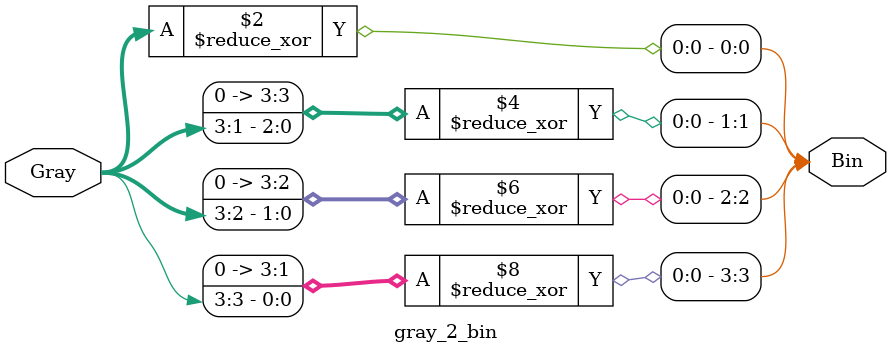
<source format=v>
`timescale 1ns / 1ps


module gray_2_bin #(parameter size =4)(input [size-1:0] Gray, output [size-1:0] Bin);

genvar i;
generate
for(i=0; i<size; i= i+1)begin
assign Bin[i] = ^(Gray>>i);
end
endgenerate
endmodule

</source>
